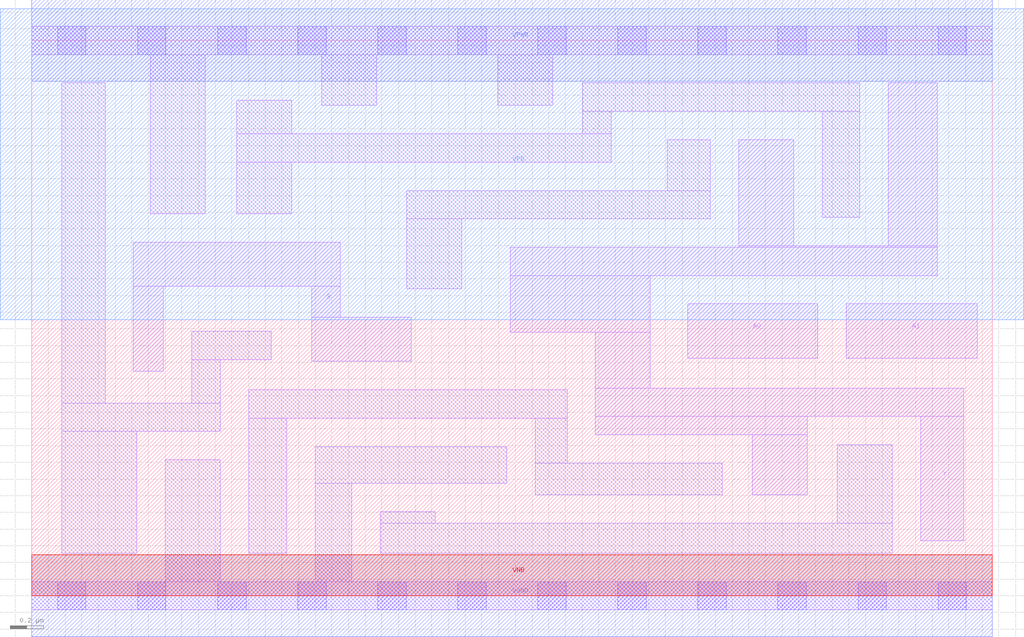
<source format=lef>
# Copyright 2020 The SkyWater PDK Authors
#
# Licensed under the Apache License, Version 2.0 (the "License");
# you may not use this file except in compliance with the License.
# You may obtain a copy of the License at
#
#     https://www.apache.org/licenses/LICENSE-2.0
#
# Unless required by applicable law or agreed to in writing, software
# distributed under the License is distributed on an "AS IS" BASIS,
# WITHOUT WARRANTIES OR CONDITIONS OF ANY KIND, either express or implied.
# See the License for the specific language governing permissions and
# limitations under the License.
#
# SPDX-License-Identifier: Apache-2.0

VERSION 5.7 ;
  NOWIREEXTENSIONATPIN ON ;
  DIVIDERCHAR "/" ;
  BUSBITCHARS "[]" ;
MACRO sky130_fd_sc_lp__mux2i_2
  CLASS CORE ;
  FOREIGN sky130_fd_sc_lp__mux2i_2 ;
  ORIGIN  0.000000  0.000000 ;
  SIZE  5.760000 BY  3.330000 ;
  SYMMETRY X Y R90 ;
  SITE unit ;
  PIN A0
    ANTENNAGATEAREA  0.630000 ;
    DIRECTION INPUT ;
    USE SIGNAL ;
    PORT
      LAYER li1 ;
        RECT 3.935000 1.425000 4.715000 1.750000 ;
    END
  END A0
  PIN A1
    ANTENNAGATEAREA  0.630000 ;
    DIRECTION INPUT ;
    USE SIGNAL ;
    PORT
      LAYER li1 ;
        RECT 4.885000 1.425000 5.670000 1.750000 ;
    END
  END A1
  PIN S
    ANTENNAGATEAREA  0.945000 ;
    DIRECTION INPUT ;
    USE SIGNAL ;
    PORT
      LAYER li1 ;
        RECT 0.610000 1.345000 0.790000 1.855000 ;
        RECT 0.610000 1.855000 1.850000 2.120000 ;
        RECT 1.680000 1.405000 2.275000 1.670000 ;
        RECT 1.680000 1.670000 1.850000 1.855000 ;
    END
  END S
  PIN Y
    ANTENNADIFFAREA  1.785000 ;
    DIRECTION OUTPUT ;
    USE SIGNAL ;
    PORT
      LAYER li1 ;
        RECT 2.870000 1.580000 3.710000 1.920000 ;
        RECT 2.870000 1.920000 5.430000 2.090000 ;
        RECT 3.380000 0.965000 4.650000 1.075000 ;
        RECT 3.380000 1.075000 5.590000 1.245000 ;
        RECT 3.380000 1.245000 3.710000 1.580000 ;
        RECT 4.240000 2.090000 5.430000 2.100000 ;
        RECT 4.240000 2.100000 4.570000 2.735000 ;
        RECT 4.320000 0.605000 4.650000 0.965000 ;
        RECT 5.135000 2.100000 5.430000 3.075000 ;
        RECT 5.330000 0.330000 5.590000 1.075000 ;
    END
  END Y
  PIN VGND
    DIRECTION INOUT ;
    USE GROUND ;
    PORT
      LAYER met1 ;
        RECT 0.000000 -0.245000 5.760000 0.245000 ;
    END
  END VGND
  PIN VNB
    DIRECTION INOUT ;
    USE GROUND ;
    PORT
      LAYER pwell ;
        RECT 0.000000 0.000000 5.760000 0.245000 ;
    END
  END VNB
  PIN VPB
    DIRECTION INOUT ;
    USE POWER ;
    PORT
      LAYER nwell ;
        RECT -0.190000 1.655000 5.950000 3.520000 ;
    END
  END VPB
  PIN VPWR
    DIRECTION INOUT ;
    USE POWER ;
    PORT
      LAYER met1 ;
        RECT 0.000000 3.085000 5.760000 3.575000 ;
    END
  END VPWR
  OBS
    LAYER li1 ;
      RECT 0.000000 -0.085000 5.760000 0.085000 ;
      RECT 0.000000  3.245000 5.760000 3.415000 ;
      RECT 0.180000  0.255000 0.630000 0.985000 ;
      RECT 0.180000  0.985000 1.130000 1.155000 ;
      RECT 0.180000  1.155000 0.440000 3.075000 ;
      RECT 0.710000  2.290000 1.040000 3.245000 ;
      RECT 0.800000  0.085000 1.130000 0.815000 ;
      RECT 0.960000  1.155000 1.130000 1.415000 ;
      RECT 0.960000  1.415000 1.435000 1.585000 ;
      RECT 1.230000  2.290000 1.560000 2.600000 ;
      RECT 1.230000  2.600000 3.475000 2.770000 ;
      RECT 1.230000  2.770000 1.560000 2.970000 ;
      RECT 1.300000  0.255000 1.530000 1.065000 ;
      RECT 1.300000  1.065000 3.210000 1.235000 ;
      RECT 1.700000  0.085000 1.920000 0.675000 ;
      RECT 1.700000  0.675000 2.850000 0.895000 ;
      RECT 1.740000  2.940000 2.070000 3.245000 ;
      RECT 2.090000  0.255000 5.160000 0.435000 ;
      RECT 2.090000  0.435000 2.420000 0.505000 ;
      RECT 2.250000  1.840000 2.580000 2.260000 ;
      RECT 2.250000  2.260000 4.070000 2.430000 ;
      RECT 2.795000  2.940000 3.125000 3.245000 ;
      RECT 3.020000  0.605000 4.140000 0.795000 ;
      RECT 3.020000  0.795000 3.210000 1.065000 ;
      RECT 3.305000  2.770000 3.475000 2.905000 ;
      RECT 3.305000  2.905000 4.965000 3.075000 ;
      RECT 3.810000  2.430000 4.070000 2.735000 ;
      RECT 4.740000  2.270000 4.965000 2.905000 ;
      RECT 4.830000  0.435000 5.160000 0.905000 ;
    LAYER mcon ;
      RECT 0.155000 -0.085000 0.325000 0.085000 ;
      RECT 0.155000  3.245000 0.325000 3.415000 ;
      RECT 0.635000 -0.085000 0.805000 0.085000 ;
      RECT 0.635000  3.245000 0.805000 3.415000 ;
      RECT 1.115000 -0.085000 1.285000 0.085000 ;
      RECT 1.115000  3.245000 1.285000 3.415000 ;
      RECT 1.595000 -0.085000 1.765000 0.085000 ;
      RECT 1.595000  3.245000 1.765000 3.415000 ;
      RECT 2.075000 -0.085000 2.245000 0.085000 ;
      RECT 2.075000  3.245000 2.245000 3.415000 ;
      RECT 2.555000 -0.085000 2.725000 0.085000 ;
      RECT 2.555000  3.245000 2.725000 3.415000 ;
      RECT 3.035000 -0.085000 3.205000 0.085000 ;
      RECT 3.035000  3.245000 3.205000 3.415000 ;
      RECT 3.515000 -0.085000 3.685000 0.085000 ;
      RECT 3.515000  3.245000 3.685000 3.415000 ;
      RECT 3.995000 -0.085000 4.165000 0.085000 ;
      RECT 3.995000  3.245000 4.165000 3.415000 ;
      RECT 4.475000 -0.085000 4.645000 0.085000 ;
      RECT 4.475000  3.245000 4.645000 3.415000 ;
      RECT 4.955000 -0.085000 5.125000 0.085000 ;
      RECT 4.955000  3.245000 5.125000 3.415000 ;
      RECT 5.435000 -0.085000 5.605000 0.085000 ;
      RECT 5.435000  3.245000 5.605000 3.415000 ;
  END
END sky130_fd_sc_lp__mux2i_2
END LIBRARY

</source>
